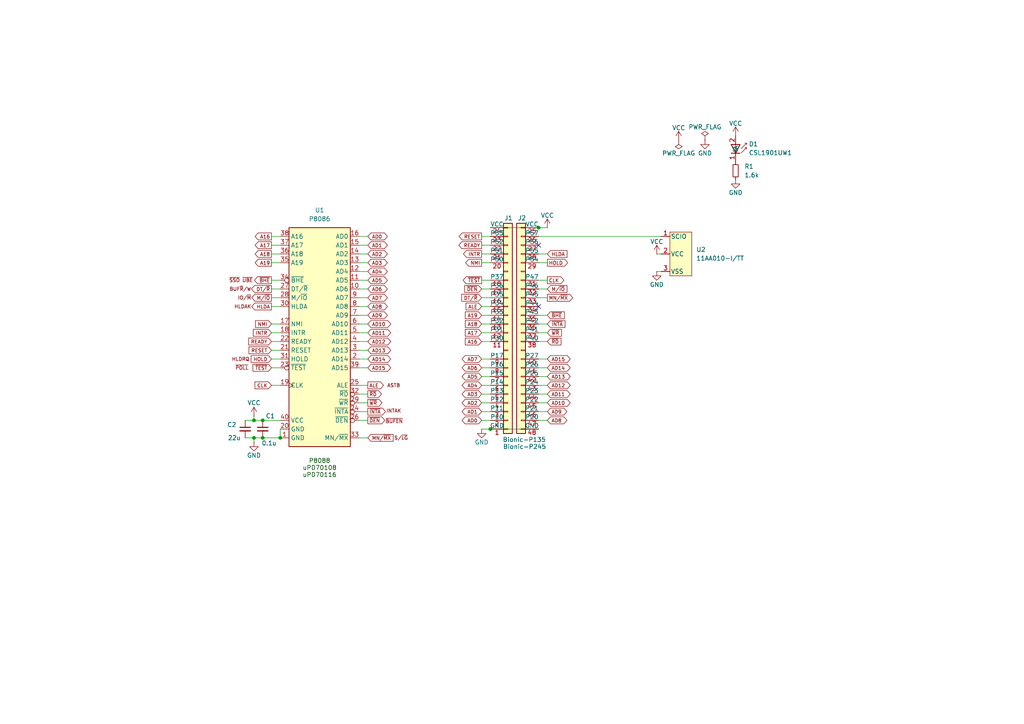
<source format=kicad_sch>
(kicad_sch (version 20250114) (generator "eeschema") (generator_version "9.0")
  (paper "A4")
  (title_block (title "BionicP8086") (date "2025-12-24") (rev "1") (company "Tadashi G. Takaoka"))
  (lib_symbols
    (symbol "Device:C_Small" (pin_numbers (hide yes)) (pin_names (offset 0.254) (hide yes))
      (property "Reference" "C" (at 0.254 1.778 0))
      (property "Value" "C_Small" (at 0.254 -2.032 0))
      (symbol "C_Small_0_1"
        (polyline (pts (xy -1.524 0.508) (xy 1.524 0.508)) (stroke (width 0.3048)))
        (polyline (pts (xy -1.524 -0.508) (xy 1.524 -0.508)) (stroke (width 0.3302)))
      )
      (symbol "C_Small_1_1"
        (pin passive line (at 0 2.54 270) (length 2.032) (name "~") (number "1"))
        (pin passive line (at 0 -2.54 90) (length 2.032) (name "~") (number "2"))
      )
    )
    (symbol "Device:R_Small" (pin_numbers (hide yes)) (pin_names (offset 0.254) (hide yes))
      (property "Reference" "R" (at 0 0 90))
      (property "Value" "R_Small" (at 1.778 0 90))
      (symbol "R_Small_0_1"
        (rectangle (start -0.762 1.778) (end 0.762 -1.778) (stroke (width 0.2032)))
      )
      (symbol "R_Small_1_1"
        (pin passive line (at 0 2.54 270) (length 0.762) (name "~") (number "1"))
        (pin passive line (at 0 -2.54 90) (length 0.762) (name "~") (number "2"))
      )
    )
    (symbol "GND_1" (power) (pin_numbers (hide yes)) (pin_names (offset 0) (hide yes))
      (property "Value" "GND" (at 0 -3.81 0))
      (symbol "GND_1_0_1"
        (polyline (pts (xy 0 0) (xy 0 -1.27) (xy 1.27 -1.27) (xy 0 -2.54) (xy -1.27 -1.27) (xy 0 -1.27)))
      )
      (symbol "GND_1_1_1"
        (pin power_in line (at 0 0 270) (length 0) (name "~") (number "1"))
      )
    )
    (symbol "VCC_1" (power) (pin_numbers (hide yes)) (pin_names (offset 0) (hide yes))
      (property "Value" "VCC" (at 0 3.556 0))
      (symbol "VCC_1_0_1"
        (polyline (pts (xy -0.762 1.27) (xy 0 2.54)))
        (polyline (pts (xy 0 2.54) (xy 0.762 1.27)))
        (polyline (pts (xy 0 0) (xy 0 2.54)))
      )
      (symbol "VCC_1_1_1"
        (pin power_in line (at 0 0 90) (length 0) (name "~") (number "1"))
      )
    )
    (symbol "bionic:Bionic-P135" (pin_names (offset 0))
      (property "Reference" "J" (at 0 30.48 0))
      (property "Value" "Bionic-P135" (at -1.27 -33.02 0))
      (symbol "Bionic-P135_1_1"
        (rectangle (start 0 28.067) (end -1.27 27.813) (stroke (width 0.1524)))
        (rectangle (start 0 25.527) (end -1.27 25.273) (stroke (width 0.1524)))
        (rectangle (start 0 22.987) (end -1.27 22.733) (stroke (width 0.1524)))
        (rectangle (start 0 20.447) (end -1.27 20.193) (stroke (width 0.1524)))
        (rectangle (start 0 17.907) (end -1.27 17.653) (stroke (width 0.1524)))
        (rectangle (start 0 15.367) (end -1.27 15.113) (stroke (width 0.1524)))
        (rectangle (start 0 12.827) (end -1.27 12.573) (stroke (width 0.1524)))
        (rectangle (start 0 10.287) (end -1.27 10.033) (stroke (width 0.1524)))
        (rectangle (start 0 7.747) (end -1.27 7.493) (stroke (width 0.1524)))
        (rectangle (start 0 5.207) (end -1.27 4.953) (stroke (width 0.1524)))
        (rectangle (start 0 2.667) (end -1.27 2.413) (stroke (width 0.1524)))
        (rectangle (start 0 0.127) (end -1.27 -0.127) (stroke (width 0.1524)))
        (rectangle (start 0 -2.413) (end -1.27 -2.667) (stroke (width 0.1524)))
        (rectangle (start 0 -4.953) (end -1.27 -5.207) (stroke (width 0.1524)))
        (rectangle (start 0 -7.493) (end -1.27 -7.747) (stroke (width 0.1524)))
        (rectangle (start 0 -10.033) (end -1.27 -10.287) (stroke (width 0.1524)))
        (rectangle (start 0 -12.573) (end -1.27 -12.827) (stroke (width 0.1524)))
        (rectangle (start 0 -15.113) (end -1.27 -15.367) (stroke (width 0.1524)))
        (rectangle (start 0 -17.653) (end -1.27 -17.907) (stroke (width 0.1524)))
        (rectangle (start 0 -20.193) (end -1.27 -20.447) (stroke (width 0.1524)))
        (rectangle (start 0 -22.733) (end -1.27 -22.987) (stroke (width 0.1524)))
        (rectangle (start 0 -25.273) (end -1.27 -25.527) (stroke (width 0.1524)))
        (rectangle (start 0 -27.813) (end -1.27 -28.067) (stroke (width 0.1524)))
        (rectangle (start 0 -30.353) (end -1.27 -30.607) (stroke (width 0.1524)))
        (rectangle (start 1.27 29.21) (end -1.27 -31.75) (stroke (width 0.254)) (fill (type background)))
        (pin power_in line (at -5.08 27.94 0) (length 3.81) (name "VCC") (number "24"))
        (pin bidirectional line (at -5.08 25.4 0) (length 3.81) (name "P53") (number "23"))
        (pin bidirectional line (at -5.08 22.86 0) (length 3.81) (name "P52") (number "22"))
        (pin bidirectional line (at -5.08 20.32 0) (length 3.81) (name "P51") (number "21"))
        (pin bidirectional line (at -5.08 17.78 0) (length 3.81) (name "P50") (number "20"))
        (pin bidirectional line (at -5.08 12.7 0) (length 3.81) (name "P37") (number "18"))
        (pin bidirectional line (at -5.08 10.16 0) (length 3.81) (name "P36") (number "17"))
        (pin bidirectional line (at -5.08 7.62 0) (length 3.81) (name "P35") (number "16"))
        (pin bidirectional line (at -5.08 5.08 0) (length 3.81) (name "P34") (number "15"))
        (pin bidirectional line (at -5.08 2.54 0) (length 3.81) (name "P33") (number "14"))
        (pin bidirectional line (at -5.08 0 0) (length 3.81) (name "P32") (number "13"))
        (pin bidirectional line (at -5.08 -2.54 0) (length 3.81) (name "P31") (number "12"))
        (pin bidirectional line (at -5.08 -5.08 0) (length 3.81) (name "P30") (number "11"))
        (pin bidirectional line (at -5.08 -10.16 0) (length 3.81) (name "P17") (number "9"))
        (pin bidirectional line (at -5.08 -12.7 0) (length 3.81) (name "P16") (number "8"))
        (pin bidirectional line (at -5.08 -15.24 0) (length 3.81) (name "P15") (number "7"))
        (pin bidirectional line (at -5.08 -17.78 0) (length 3.81) (name "P14") (number "6"))
        (pin bidirectional line (at -5.08 -20.32 0) (length 3.81) (name "P13") (number "5"))
        (pin bidirectional line (at -5.08 -22.86 0) (length 3.81) (name "P12") (number "4"))
        (pin bidirectional line (at -5.08 -25.4 0) (length 3.81) (name "P11") (number "3"))
        (pin bidirectional line (at -5.08 -27.94 0) (length 3.81) (name "P10") (number "2"))
        (pin power_in line (at -5.08 -30.48 0) (length 3.81) (name "GND") (number "1"))
      )
    )
    (symbol "bionic:Bionic-P245" (pin_names (offset 0))
      (property "Reference" "J" (at -3.81 30.48 0))
      (property "Value" "Bionic-P245" (at -1.27 -33.02 0))
      (symbol "Bionic-P245_1_1"
        (rectangle (start -2.54 29.21) (end -5.08 -31.75) (stroke (width 0.254)) (fill (type background)))
        (rectangle (start -2.54 27.813) (end -3.81 28.067) (stroke (width 0.1524)))
        (rectangle (start -2.54 25.273) (end -3.81 25.527) (stroke (width 0.1524)))
        (rectangle (start -2.54 22.733) (end -3.81 22.987) (stroke (width 0.1524)))
        (rectangle (start -2.54 20.193) (end -3.81 20.447) (stroke (width 0.1524)))
        (rectangle (start -2.54 17.653) (end -3.81 17.907) (stroke (width 0.1524)))
        (rectangle (start -2.54 15.113) (end -3.81 15.367) (stroke (width 0.1524)))
        (rectangle (start -2.54 12.573) (end -3.81 12.827) (stroke (width 0.1524)))
        (rectangle (start -2.54 10.033) (end -3.81 10.287) (stroke (width 0.1524)))
        (rectangle (start -2.54 7.493) (end -3.81 7.747) (stroke (width 0.1524)))
        (rectangle (start -2.54 4.953) (end -3.81 5.207) (stroke (width 0.1524)))
        (rectangle (start -2.54 2.413) (end -3.81 2.667) (stroke (width 0.1524)))
        (rectangle (start -2.54 -0.127) (end -3.81 0.127) (stroke (width 0.1524)))
        (rectangle (start -2.54 -2.667) (end -3.81 -2.413) (stroke (width 0.1524)))
        (rectangle (start -2.54 -5.207) (end -3.81 -4.953) (stroke (width 0.1524)))
        (rectangle (start -2.54 -7.747) (end -3.81 -7.493) (stroke (width 0.1524)))
        (rectangle (start -2.54 -10.287) (end -3.81 -10.033) (stroke (width 0.1524)))
        (rectangle (start -2.54 -12.827) (end -3.81 -12.573) (stroke (width 0.1524)))
        (rectangle (start -2.54 -15.367) (end -3.81 -15.113) (stroke (width 0.1524)))
        (rectangle (start -2.54 -17.907) (end -3.81 -17.653) (stroke (width 0.1524)))
        (rectangle (start -2.54 -20.447) (end -3.81 -20.193) (stroke (width 0.1524)))
        (rectangle (start -2.54 -22.987) (end -3.81 -22.733) (stroke (width 0.1524)))
        (rectangle (start -2.54 -25.527) (end -3.81 -25.273) (stroke (width 0.1524)))
        (rectangle (start -2.54 -28.067) (end -3.81 -27.813) (stroke (width 0.1524)))
        (rectangle (start -2.54 -30.607) (end -3.81 -30.353) (stroke (width 0.1524)))
        (pin power_in line (at 1.27 27.94 180) (length 3.81) (name "VCC") (number "25"))
        (pin bidirectional line (at 1.27 25.4 180) (length 3.81) (name "P57") (number "26"))
        (pin bidirectional line (at 1.27 22.86 180) (length 3.81) (name "P56") (number "27"))
        (pin bidirectional line (at 1.27 20.32 180) (length 3.81) (name "P55") (number "28"))
        (pin bidirectional line (at 1.27 17.78 180) (length 3.81) (name "P54") (number "29"))
        (pin bidirectional line (at 1.27 12.7 180) (length 3.81) (name "P47") (number "31"))
        (pin bidirectional line (at 1.27 10.16 180) (length 3.81) (name "P46") (number "32"))
        (pin bidirectional line (at 1.27 7.62 180) (length 3.81) (name "P45") (number "33"))
        (pin bidirectional line (at 1.27 5.08 180) (length 3.81) (name "P44") (number "34"))
        (pin bidirectional line (at 1.27 2.54 180) (length 3.81) (name "P43") (number "35"))
        (pin bidirectional line (at 1.27 0 180) (length 3.81) (name "P42") (number "36"))
        (pin bidirectional line (at 1.27 -2.54 180) (length 3.81) (name "P41") (number "37"))
        (pin bidirectional line (at 1.27 -5.08 180) (length 3.81) (name "P40") (number "38"))
        (pin bidirectional line (at 1.27 -10.16 180) (length 3.81) (name "P27") (number "40"))
        (pin bidirectional line (at 1.27 -12.7 180) (length 3.81) (name "P26") (number "41"))
        (pin bidirectional line (at 1.27 -15.24 180) (length 3.81) (name "P25") (number "42"))
        (pin bidirectional line (at 1.27 -17.78 180) (length 3.81) (name "P24") (number "43"))
        (pin bidirectional line (at 1.27 -20.32 180) (length 3.81) (name "P23") (number "44"))
        (pin bidirectional line (at 1.27 -22.86 180) (length 3.81) (name "P22") (number "45"))
        (pin bidirectional line (at 1.27 -25.4 180) (length 3.81) (name "P21") (number "46"))
        (pin bidirectional line (at 1.27 -27.94 180) (length 3.81) (name "P20") (number "47"))
        (pin power_in line (at 1.27 -30.48 180) (length 3.81) (name "GND") (number "48"))
      )
    )
    (symbol "cpu:P8086"
      (property "Reference" "U" (at -1.27 31.75 0))
      (property "Value" "P8086" (at 0 -33.782 0))
      (symbol "P8086_0_1"
        (rectangle (start -8.89 -33.02) (end 8.89 30.48) (stroke (width 0.254)) (fill (type background)))
      )
      (symbol "P8086_1_1"
        (pin output line (at -11.43 27.94 0) (length 2.54) (name "A16") (number "38"))
        (pin output line (at -11.43 25.4 0) (length 2.54) (name "A17") (number "37"))
        (pin output line (at -11.43 22.86 0) (length 2.54) (name "A18") (number "36"))
        (pin output line (at -11.43 20.32 0) (length 2.54) (name "A19") (number "35"))
        (pin output inverted (at -11.43 15.24 0) (length 2.54) (name "~{BHE}") (number "34"))
        (pin output line (at -11.43 12.7 0) (length 2.54) (name "DT/~{R}") (number "27"))
        (pin output line (at -11.43 10.16 0) (length 2.54) (name "M/~{IO}") (number "28"))
        (pin output line (at -11.43 7.62 0) (length 2.54) (name "HLDA") (number "30"))
        (pin input line (at -11.43 2.54 0) (length 2.54) (name "NMI") (number "17"))
        (pin input line (at -11.43 0 0) (length 2.54) (name "INTR") (number "18"))
        (pin input line (at -11.43 -2.54 0) (length 2.54) (name "READY") (number "22"))
        (pin input line (at -11.43 -5.08 0) (length 2.54) (name "RESET") (number "21"))
        (pin input line (at -11.43 -7.62 0) (length 2.54) (name "HOLD") (number "31"))
        (pin input inverted (at -11.43 -10.16 0) (length 2.54) (name "~{TEST}") (number "23"))
        (pin input clock (at -11.43 -15.24 0) (length 2.54) (name "CLK") (number "19"))
        (pin power_in line (at -11.43 -25.4 0) (length 2.54) (name "VCC") (number "40"))
        (pin power_in line (at -11.43 -27.94 0) (length 2.54) (name "GND") (number "20"))
        (pin power_in line (at -11.43 -30.48 0) (length 2.54) (name "GND") (number "1"))
        (pin bidirectional line (at 11.43 27.94 180) (length 2.54) (name "AD0") (number "16"))
        (pin bidirectional line (at 11.43 25.4 180) (length 2.54) (name "AD1") (number "15"))
        (pin bidirectional line (at 11.43 22.86 180) (length 2.54) (name "AD2") (number "14"))
        (pin bidirectional line (at 11.43 20.32 180) (length 2.54) (name "AD3") (number "13"))
        (pin bidirectional line (at 11.43 17.78 180) (length 2.54) (name "AD4") (number "12"))
        (pin bidirectional line (at 11.43 15.24 180) (length 2.54) (name "AD5") (number "11"))
        (pin bidirectional line (at 11.43 12.7 180) (length 2.54) (name "AD6") (number "10"))
        (pin bidirectional line (at 11.43 10.16 180) (length 2.54) (name "AD7") (number "9"))
        (pin bidirectional line (at 11.43 7.62 180) (length 2.54) (name "AD8") (number "8"))
        (pin bidirectional line (at 11.43 5.08 180) (length 2.54) (name "AD9") (number "7"))
        (pin bidirectional line (at 11.43 2.54 180) (length 2.54) (name "AD10") (number "6"))
        (pin bidirectional line (at 11.43 0 180) (length 2.54) (name "AD11") (number "5"))
        (pin bidirectional line (at 11.43 -2.54 180) (length 2.54) (name "AD12") (number "4"))
        (pin bidirectional line (at 11.43 -5.08 180) (length 2.54) (name "AD13") (number "3"))
        (pin bidirectional line (at 11.43 -7.62 180) (length 2.54) (name "AD14") (number "2"))
        (pin bidirectional line (at 11.43 -10.16 180) (length 2.54) (name "AD15") (number "39"))
        (pin output line (at 11.43 -15.24 180) (length 2.54) (name "ALE") (number "25"))
        (pin output inverted (at 11.43 -17.78 180) (length 2.54) (name "~{RD}") (number "32"))
        (pin output inverted (at 11.43 -20.32 180) (length 2.54) (name "~{WR}") (number "29"))
        (pin output inverted (at 11.43 -22.86 180) (length 2.54) (name "~{INTA}") (number "24"))
        (pin output inverted (at 11.43 -25.4 180) (length 2.54) (name "~{DEN}") (number "26"))
        (pin input line (at 11.43 -30.48 180) (length 2.54) (name "MN/~{MX}") (number "33"))
      )
    )
    (symbol "microchip:11AA010-I_TT" (pin_names (offset 0.254))
      (property "Reference" "U" (at 2.54 1.27 0))
      (property "Value" "11AA010-I/TT" (at 3.81 -13.97 0))
      (symbol "11AA010-I_TT_1_1"
        (rectangle (start 0 0) (end 6.35 -12.7) (fill (type background)))
        (pin bidirectional line (at -2.54 -1.27 0) (length 2.54) (name "SCIO") (number "1"))
        (pin power_in line (at -2.54 -6.35 0) (length 2.54) (name "VCC") (number "2"))
        (pin power_in line (at -2.54 -11.43 0) (length 2.54) (name "VSS") (number "3"))
      )
    )
    (symbol "power:GND" (power) (pin_numbers (hide yes)) (pin_names (offset 0) (hide yes))
      (property "Value" "GND" (at 0 -3.81 0))
      (symbol "GND_0_1"
        (polyline (pts (xy 0 0) (xy 0 -1.27) (xy 1.27 -1.27) (xy 0 -2.54) (xy -1.27 -1.27) (xy 0 -1.27)))
      )
      (symbol "GND_1_1"
        (pin power_in line (at 0 0 270) (length 0) (name "~") (number "1"))
      )
    )
    (symbol "power:PWR_FLAG" (power) (pin_numbers (hide yes)) (pin_names (offset 0) (hide yes))
      (property "Value" "PWR_FLAG" (at 0 3.81 0))
      (symbol "PWR_FLAG_0_0"
        (pin power_out line (at 0 0 90) (length 0) (name "~") (number "1"))
      )
      (symbol "PWR_FLAG_0_1"
        (polyline (pts (xy 0 0) (xy 0 1.27) (xy -1.016 1.905) (xy 0 2.54) (xy 1.016 1.905) (xy 0 1.27)))
      )
    )
    (symbol "power:VCC" (power) (pin_numbers (hide yes)) (pin_names (offset 0) (hide yes))
      (property "Value" "VCC" (at 0 3.556 0))
      (symbol "VCC_0_1"
        (polyline (pts (xy -0.762 1.27) (xy 0 2.54)))
        (polyline (pts (xy 0 2.54) (xy 0.762 1.27)))
        (polyline (pts (xy 0 0) (xy 0 2.54)))
      )
      (symbol "VCC_1_1"
        (pin power_in line (at 0 0 90) (length 0) (name "~") (number "1"))
      )
    )
    (symbol "rhom:CSL1901UW1" (pin_names (offset 0.254))
      (property "Reference" "D" (at 3.81 -2.54 0))
      (property "Value" "CSL1901UW1" (at 3.81 -5.08 0))
      (symbol "CSL1901UW1_0_1"
        (polyline (pts (xy 2.159 3.175) (xy 2.667 3.175)))
        (polyline (pts (xy 2.54 0) (xy 5.08 0)))
        (polyline (pts (xy 2.54 -1.27) (xy 5.08 0) (xy 2.54 1.27) (xy 2.54 -1.27)) (stroke (width 0.254)))
        (polyline (pts (xy 3.683 1.651) (xy 2.159 3.175) (xy 2.159 2.667)))
        (polyline (pts (xy 4.953 1.651) (xy 3.429 3.175) (xy 3.429 2.667) (xy 3.429 3.175) (xy 3.937 3.175)))
        (polyline (pts (xy 5.08 1.27) (xy 5.08 -1.27)) (stroke (width 0.254)))
      )
      (symbol "CSL1901UW1_1_1"
        (pin passive line (at 0 0 0) (length 2.54) (name "A") (number "2"))
        (pin passive line (at 7.62 0 180) (length 2.54) (name "K") (number "1"))
      )
      (symbol "CSL1901UW1_1_2"
        (polyline (pts (xy -5.08 8.255) (xy -5.08 7.62)) (stroke (width 0.2032)))
        (polyline (pts (xy -5.08 7.62) (xy -4.445 8.255)) (stroke (width 0.2032)))
        (polyline (pts (xy -4.445 10.16) (xy -4.445 9.525)) (stroke (width 0.2032)))
        (polyline (pts (xy -4.445 9.525) (xy -3.81 10.16)) (stroke (width 0.2032)))
        (polyline (pts (xy -4.445 8.255) (xy -5.08 8.255)) (stroke (width 0.2032)))
        (polyline (pts (xy -4.445 6.35) (xy -3.81 6.985)) (stroke (width 0.2032)))
        (polyline (pts (xy -3.81 10.16) (xy -4.445 10.16)) (stroke (width 0.2032)))
        (polyline (pts (xy -3.81 8.255) (xy -3.175 8.89)) (stroke (width 0.2032)))
        (polyline (pts (xy -3.81 6.985) (xy -5.08 8.255)) (stroke (width 0.2032)))
        (polyline (pts (xy -3.175 8.89) (xy -4.445 10.16)) (stroke (width 0.2032)))
        (polyline (pts (xy -3.175 5.08) (xy -4.445 6.35)) (stroke (width 0.2032)))
        (polyline (pts (xy -2.54 6.985) (xy -3.81 8.255)) (stroke (width 0.2032)))
        (polyline (pts (xy -1.905 3.81) (xy 1.905 3.81)) (stroke (width 0.2032)))
        (polyline (pts (xy 0 6.35) (xy -1.905 3.81)) (stroke (width 0.2032)))
        (polyline (pts (xy 0 6.35) (xy 0 7.62)) (stroke (width 0.2032)))
        (polyline (pts (xy 0 3.175) (xy 0 3.81)) (stroke (width 0.2032)))
        (polyline (pts (xy 0 2.54) (xy 0 3.4798)) (stroke (width 0.2032)))
        (polyline (pts (xy 1.905 6.35) (xy -1.905 6.35)) (stroke (width 0.2032)))
        (polyline (pts (xy 1.905 3.81) (xy 0 6.35)) (stroke (width 0.2032)))
        (pin unspecified line (at 0 10.16 270) (length 2.54) (name "") (number "1"))
        (pin unspecified line (at 0 0 90) (length 2.54) (name "") (number "2"))
      )
    )
  )
  (text "~{BUFEN}" (at 111.76 122.428 0) (effects (font (size 1.016 1.016)) (justify left)))
  (text "ASTB" (at 112.268 112.014 0) (effects (font (size 1.016 1.016)) (justify left)))
  (text "~{POLL}" (at 72.136 106.934 0) (effects (font (size 1.016 1.016)) (justify right)))
  (text "IO/~{M}" (at 72.898 86.614 0) (effects (font (size 1.016 1.016)) (justify right)))
  (text "P8088\nuPD70108\nuPD70116" (at 92.71 135.89 0) (effects (font (size 1.27 1.27))))
  (text "~{SSO} ~{UBE}" (at 73.406 81.534 0) (effects (font (size 1.016 1.016)) (justify right)))
  (text "INTAK" (at 112.014 119.38 0) (effects (font (size 1.016 1.016)) (justify left)))
  (text "BUF~{R}/W" (at 72.898 84.074 0) (effects (font (size 1.016 1.016)) (justify right)))
  (text "HLDRQ" (at 72.39 104.394 0) (effects (font (size 1.016 1.016)) (justify right)))
  (text "HLDAK" (at 72.898 89.154 0) (effects (font (size 1.016 1.016)) (justify right)))
  (text "S/~{LG}" (at 114.3 127.254 0) (effects (font (size 1.016 1.016)) (justify left)))
  (junction (at 73.66 121.92))
  (junction (at 156.21 66.04))
  (junction (at 73.66 127))
  (junction (at 142.24 124.46))
  (junction (at 76.2 121.92))
  (junction (at 81.28 127))
  (junction (at 76.2 127))
  (no_connect (at 156.21 71.12))
  (no_connect (at 156.21 88.9))
  (wire (pts (xy 73.66 127) (xy 76.2 127)))
  (wire (pts (xy 104.14 71.12) (xy 106.68 71.12)))
  (wire (pts (xy 104.14 111.76) (xy 106.68 111.76)))
  (wire (pts (xy 156.21 116.84) (xy 158.75 116.84)))
  (wire (pts (xy 139.7 121.92) (xy 142.24 121.92)))
  (wire (pts (xy 190.5 78.74) (xy 191.77 78.74)))
  (wire (pts (xy 104.14 73.66) (xy 106.68 73.66)))
  (wire (pts (xy 104.14 104.14) (xy 106.68 104.14)))
  (wire (pts (xy 104.14 96.52) (xy 106.68 96.52)))
  (wire (pts (xy 78.74 101.6) (xy 81.28 101.6)))
  (wire (pts (xy 139.7 91.44) (xy 142.24 91.44)))
  (wire (pts (xy 139.7 106.68) (xy 142.24 106.68)))
  (wire (pts (xy 78.74 93.98) (xy 81.28 93.98)))
  (wire (pts (xy 139.7 83.82) (xy 142.24 83.82)))
  (wire (pts (xy 156.21 121.92) (xy 158.75 121.92)))
  (wire (pts (xy 78.74 104.14) (xy 81.28 104.14)))
  (wire (pts (xy 104.14 86.36) (xy 106.68 86.36)))
  (wire (pts (xy 104.14 101.6) (xy 106.68 101.6)))
  (wire (pts (xy 156.21 76.2) (xy 158.75 76.2)))
  (wire (pts (xy 104.14 81.28) (xy 106.68 81.28)))
  (wire (pts (xy 139.7 88.9) (xy 142.24 88.9)))
  (wire (pts (xy 139.7 124.46) (xy 142.24 124.46)))
  (wire (pts (xy 76.2 127) (xy 81.28 127)))
  (wire (pts (xy 156.21 99.06) (xy 158.75 99.06)))
  (wire (pts (xy 78.74 76.2) (xy 81.28 76.2)))
  (wire (pts (xy 142.24 124.46) (xy 156.21 124.46)))
  (wire (pts (xy 78.74 83.82) (xy 81.28 83.82)))
  (wire (pts (xy 139.7 109.22) (xy 142.24 109.22)))
  (wire (pts (xy 78.74 99.06) (xy 81.28 99.06)))
  (wire (pts (xy 156.21 114.3) (xy 158.75 114.3)))
  (wire (pts (xy 104.14 88.9) (xy 106.68 88.9)))
  (wire (pts (xy 156.21 83.82) (xy 158.75 83.82)))
  (wire (pts (xy 104.14 78.74) (xy 106.68 78.74)))
  (wire (pts (xy 139.7 111.76) (xy 142.24 111.76)))
  (wire (pts (xy 78.74 68.58) (xy 81.28 68.58)))
  (wire (pts (xy 156.21 104.14) (xy 158.75 104.14)))
  (wire (pts (xy 190.5 73.66) (xy 191.77 73.66)))
  (wire (pts (xy 78.74 86.36) (xy 81.28 86.36)))
  (wire (pts (xy 139.7 119.38) (xy 142.24 119.38)))
  (wire (pts (xy 156.21 73.66) (xy 158.75 73.66)))
  (wire (pts (xy 104.14 114.3) (xy 106.68 114.3)))
  (wire (pts (xy 139.7 104.14) (xy 142.24 104.14)))
  (wire (pts (xy 156.21 91.44) (xy 158.75 91.44)))
  (wire (pts (xy 139.7 93.98) (xy 142.24 93.98)))
  (wire (pts (xy 156.21 68.58) (xy 191.77 68.58)))
  (wire (pts (xy 78.74 73.66) (xy 81.28 73.66)))
  (wire (pts (xy 156.21 86.36) (xy 158.75 86.36)))
  (wire (pts (xy 139.7 68.58) (xy 142.24 68.58)))
  (wire (pts (xy 78.74 81.28) (xy 81.28 81.28)))
  (wire (pts (xy 139.7 71.12) (xy 142.24 71.12)))
  (wire (pts (xy 104.14 83.82) (xy 106.68 83.82)))
  (wire (pts (xy 139.7 96.52) (xy 142.24 96.52)))
  (wire (pts (xy 104.14 116.84) (xy 106.68 116.84)))
  (wire (pts (xy 156.21 96.52) (xy 158.75 96.52)))
  (wire (pts (xy 78.74 106.68) (xy 81.28 106.68)))
  (wire (pts (xy 156.21 111.76) (xy 158.75 111.76)))
  (wire (pts (xy 156.21 109.22) (xy 158.75 109.22)))
  (wire (pts (xy 156.21 66.04) (xy 158.75 66.04)))
  (wire (pts (xy 139.7 114.3) (xy 142.24 114.3)))
  (wire (pts (xy 81.28 124.46) (xy 81.28 127)))
  (wire (pts (xy 139.7 116.84) (xy 142.24 116.84)))
  (wire (pts (xy 73.66 121.92) (xy 76.2 121.92)))
  (wire (pts (xy 73.66 120.65) (xy 73.66 121.92)))
  (wire (pts (xy 104.14 99.06) (xy 106.68 99.06)))
  (wire (pts (xy 71.12 127) (xy 73.66 127)))
  (wire (pts (xy 139.7 76.2) (xy 142.24 76.2)))
  (wire (pts (xy 139.7 73.66) (xy 142.24 73.66)))
  (wire (pts (xy 139.7 99.06) (xy 142.24 99.06)))
  (wire (pts (xy 104.14 68.58) (xy 106.68 68.58)))
  (wire (pts (xy 78.74 111.76) (xy 81.28 111.76)))
  (wire (pts (xy 104.14 76.2) (xy 106.68 76.2)))
  (wire (pts (xy 156.21 81.28) (xy 158.75 81.28)))
  (wire (pts (xy 104.14 119.38) (xy 106.68 119.38)))
  (wire (pts (xy 156.21 119.38) (xy 158.75 119.38)))
  (wire (pts (xy 139.7 81.28) (xy 142.24 81.28)))
  (wire (pts (xy 104.14 121.92) (xy 106.68 121.92)))
  (wire (pts (xy 104.14 93.98) (xy 106.68 93.98)))
  (wire (pts (xy 104.14 127) (xy 106.68 127)))
  (wire (pts (xy 78.74 88.9) (xy 81.28 88.9)))
  (wire (pts (xy 156.21 106.68) (xy 158.75 106.68)))
  (wire (pts (xy 104.14 106.68) (xy 106.68 106.68)))
  (wire (pts (xy 139.7 86.36) (xy 142.24 86.36)))
  (wire (pts (xy 73.66 128.27) (xy 73.66 127)))
  (wire (pts (xy 104.14 91.44) (xy 106.68 91.44)))
  (wire (pts (xy 76.2 121.92) (xy 81.28 121.92)))
  (wire (pts (xy 156.21 93.98) (xy 158.75 93.98)))
  (wire (pts (xy 71.12 121.92) (xy 73.66 121.92)))
  (wire (pts (xy 142.24 66.04) (xy 156.21 66.04)))
  (wire (pts (xy 78.74 71.12) (xy 81.28 71.12)))
  (wire (pts (xy 78.74 96.52) (xy 81.28 96.52)))
  (global_label "RESET" (shape input) (at 78.74 101.6 180) (effects (font (size 1.016 1.016))) (property "Intersheetrefs" "${INTERSHEET_REFS}" (effects (hide yes))))
  (global_label "AD1" (shape bidirectional) (at 106.68 71.12 0) (effects (font (size 1.016 1.016))) (property "Intersheetrefs" "${INTERSHEET_REFS}" (effects (hide yes))))
  (global_label "~{RD}" (shape input) (at 158.75 99.06 0) (effects (font (size 1.016 1.016))) (property "Intersheetrefs" "${INTERSHEET_REFS}" (effects (hide yes))))
  (global_label "A17" (shape input) (at 139.7 96.52 180) (effects (font (size 1.016 1.016))) (property "Intersheetrefs" "${INTERSHEET_REFS}" (effects (hide yes))))
  (global_label "AD4" (shape bidirectional) (at 106.68 78.74 0) (effects (font (size 1.016 1.016))) (property "Intersheetrefs" "${INTERSHEET_REFS}" (effects (hide yes))))
  (global_label "AD9" (shape bidirectional) (at 106.68 91.44 0) (effects (font (size 1.016 1.016))) (property "Intersheetrefs" "${INTERSHEET_REFS}" (effects (hide yes))))
  (global_label "ALE" (shape input) (at 139.7 88.9 180) (effects (font (size 1.016 1.016))) (property "Intersheetrefs" "${INTERSHEET_REFS}" (effects (hide yes))))
  (global_label "AD3" (shape bidirectional) (at 139.7 114.3 180) (effects (font (size 1.016 1.016))) (property "Intersheetrefs" "${INTERSHEET_REFS}" (effects (hide yes))))
  (global_label "AD10" (shape bidirectional) (at 106.68 93.98 0) (effects (font (size 1.016 1.016))) (property "Intersheetrefs" "${INTERSHEET_REFS}" (effects (hide yes))))
  (global_label "M{slash}~{IO}" (shape output) (at 78.74 86.36 180) (effects (font (size 1.016 1.016))) (property "Intersheetrefs" "${INTERSHEET_REFS}" (effects (hide yes))))
  (global_label "AD0" (shape bidirectional) (at 106.68 68.58 0) (effects (font (size 1.016 1.016))) (property "Intersheetrefs" "${INTERSHEET_REFS}" (effects (hide yes))))
  (global_label "ALE" (shape output) (at 106.68 111.76 0) (effects (font (size 1.016 1.016))) (property "Intersheetrefs" "${INTERSHEET_REFS}" (effects (hide yes))))
  (global_label "~{DEN}" (shape output) (at 106.68 121.92 0) (effects (font (size 1.016 1.016))) (property "Intersheetrefs" "${INTERSHEET_REFS}" (effects (hide yes))))
  (global_label "AD3" (shape bidirectional) (at 106.68 76.2 0) (effects (font (size 1.016 1.016))) (property "Intersheetrefs" "${INTERSHEET_REFS}" (effects (hide yes))))
  (global_label "INTR" (shape input) (at 78.74 96.52 180) (effects (font (size 1.016 1.016))) (property "Intersheetrefs" "${INTERSHEET_REFS}" (effects (hide yes))))
  (global_label "M{slash}~{IO}" (shape input) (at 158.75 83.82 0) (effects (font (size 1.016 1.016))) (property "Intersheetrefs" "${INTERSHEET_REFS}" (effects (hide yes))))
  (global_label "AD7" (shape bidirectional) (at 139.7 104.14 180) (effects (font (size 1.016 1.016))) (property "Intersheetrefs" "${INTERSHEET_REFS}" (effects (hide yes))))
  (global_label "~{TEST}" (shape input) (at 78.74 106.68 180) (effects (font (size 1.016 1.016))) (property "Intersheetrefs" "${INTERSHEET_REFS}" (effects (hide yes))))
  (global_label "~{INTA}" (shape input) (at 158.75 93.98 0) (effects (font (size 1.016 1.016))) (property "Intersheetrefs" "${INTERSHEET_REFS}" (effects (hide yes))))
  (global_label "CLK" (shape output) (at 158.75 81.28 0) (effects (font (size 1.016 1.016))) (property "Intersheetrefs" "${INTERSHEET_REFS}" (effects (hide yes))))
  (global_label "A16" (shape output) (at 78.74 68.58 180) (effects (font (size 1.016 1.016))) (property "Intersheetrefs" "${INTERSHEET_REFS}" (effects (hide yes))))
  (global_label "AD12" (shape bidirectional) (at 158.75 111.76 0) (effects (font (size 1.016 1.016))) (property "Intersheetrefs" "${INTERSHEET_REFS}" (effects (hide yes))))
  (global_label "HOLD" (shape output) (at 158.75 76.2 0) (effects (font (size 1.016 1.016))) (property "Intersheetrefs" "${INTERSHEET_REFS}" (effects (hide yes))))
  (global_label "AD8" (shape bidirectional) (at 106.68 88.9 0) (effects (font (size 1.016 1.016))) (property "Intersheetrefs" "${INTERSHEET_REFS}" (effects (hide yes))))
  (global_label "~{BHE}" (shape output) (at 78.74 81.28 180) (effects (font (size 1.016 1.016))) (property "Intersheetrefs" "${INTERSHEET_REFS}" (effects (hide yes))))
  (global_label "~{WR}" (shape output) (at 106.68 116.84 0) (effects (font (size 1.016 1.016))) (property "Intersheetrefs" "${INTERSHEET_REFS}" (effects (hide yes))))
  (global_label "AD12" (shape bidirectional) (at 106.68 99.06 0) (effects (font (size 1.016 1.016))) (property "Intersheetrefs" "${INTERSHEET_REFS}" (effects (hide yes))))
  (global_label "A19" (shape output) (at 78.74 76.2 180) (effects (font (size 1.016 1.016))) (property "Intersheetrefs" "${INTERSHEET_REFS}" (effects (hide yes))))
  (global_label "AD5" (shape bidirectional) (at 106.68 81.28 0) (effects (font (size 1.016 1.016))) (property "Intersheetrefs" "${INTERSHEET_REFS}" (effects (hide yes))))
  (global_label "DT{slash}~{R}" (shape output) (at 78.74 83.82 180) (effects (font (size 1.016 1.016))) (property "Intersheetrefs" "${INTERSHEET_REFS}" (effects (hide yes))))
  (global_label "~{BHE}" (shape input) (at 158.75 91.44 0) (effects (font (size 1.016 1.016))) (property "Intersheetrefs" "${INTERSHEET_REFS}" (effects (hide yes))))
  (global_label "READY" (shape output) (at 139.7 71.12 180) (effects (font (size 1.016 1.016))) (property "Intersheetrefs" "${INTERSHEET_REFS}" (effects (hide yes))))
  (global_label "A19" (shape input) (at 139.7 91.44 180) (effects (font (size 1.016 1.016))) (property "Intersheetrefs" "${INTERSHEET_REFS}" (effects (hide yes))))
  (global_label "HOLD" (shape input) (at 78.74 104.14 180) (effects (font (size 1.016 1.016))) (property "Intersheetrefs" "${INTERSHEET_REFS}" (effects (hide yes))))
  (global_label "A18" (shape output) (at 78.74 73.66 180) (effects (font (size 1.016 1.016))) (property "Intersheetrefs" "${INTERSHEET_REFS}" (effects (hide yes))))
  (global_label "AD15" (shape bidirectional) (at 158.75 104.14 0) (effects (font (size 1.016 1.016))) (property "Intersheetrefs" "${INTERSHEET_REFS}" (effects (hide yes))))
  (global_label "AD11" (shape bidirectional) (at 158.75 114.3 0) (effects (font (size 1.016 1.016))) (property "Intersheetrefs" "${INTERSHEET_REFS}" (effects (hide yes))))
  (global_label "~{DEN}" (shape input) (at 139.7 83.82 180) (effects (font (size 1.016 1.016))) (property "Intersheetrefs" "${INTERSHEET_REFS}" (effects (hide yes))))
  (global_label "AD13" (shape bidirectional) (at 158.75 109.22 0) (effects (font (size 1.016 1.016))) (property "Intersheetrefs" "${INTERSHEET_REFS}" (effects (hide yes))))
  (global_label "AD14" (shape bidirectional) (at 158.75 106.68 0) (effects (font (size 1.016 1.016))) (property "Intersheetrefs" "${INTERSHEET_REFS}" (effects (hide yes))))
  (global_label "NMI" (shape input) (at 78.74 93.98 180) (effects (font (size 1.016 1.016))) (property "Intersheetrefs" "${INTERSHEET_REFS}" (effects (hide yes))))
  (global_label "~{RD}" (shape output) (at 106.68 114.3 0) (effects (font (size 1.016 1.016))) (property "Intersheetrefs" "${INTERSHEET_REFS}" (effects (hide yes))))
  (global_label "AD1" (shape bidirectional) (at 139.7 119.38 180) (effects (font (size 1.016 1.016))) (property "Intersheetrefs" "${INTERSHEET_REFS}" (effects (hide yes))))
  (global_label "MN{slash}~{MX}" (shape input) (at 106.68 127 0) (effects (font (size 1.016 1.016))) (property "Intersheetrefs" "${INTERSHEET_REFS}" (effects (hide yes))))
  (global_label "CLK" (shape input) (at 78.74 111.76 180) (effects (font (size 1.016 1.016))) (property "Intersheetrefs" "${INTERSHEET_REFS}" (effects (hide yes))))
  (global_label "INTR" (shape output) (at 139.7 73.66 180) (effects (font (size 1.016 1.016))) (property "Intersheetrefs" "${INTERSHEET_REFS}" (effects (hide yes))))
  (global_label "AD9" (shape bidirectional) (at 158.75 119.38 0) (effects (font (size 1.016 1.016))) (property "Intersheetrefs" "${INTERSHEET_REFS}" (effects (hide yes))))
  (global_label "AD6" (shape bidirectional) (at 106.68 83.82 0) (effects (font (size 1.016 1.016))) (property "Intersheetrefs" "${INTERSHEET_REFS}" (effects (hide yes))))
  (global_label "AD5" (shape bidirectional) (at 139.7 109.22 180) (effects (font (size 1.016 1.016))) (property "Intersheetrefs" "${INTERSHEET_REFS}" (effects (hide yes))))
  (global_label "RESET" (shape output) (at 139.7 68.58 180) (effects (font (size 1.016 1.016))) (property "Intersheetrefs" "${INTERSHEET_REFS}" (effects (hide yes))))
  (global_label "AD15" (shape bidirectional) (at 106.68 106.68 0) (effects (font (size 1.016 1.016))) (property "Intersheetrefs" "${INTERSHEET_REFS}" (effects (hide yes))))
  (global_label "AD13" (shape bidirectional) (at 106.68 101.6 0) (effects (font (size 1.016 1.016))) (property "Intersheetrefs" "${INTERSHEET_REFS}" (effects (hide yes))))
  (global_label "A16" (shape input) (at 139.7 99.06 180) (effects (font (size 1.016 1.016))) (property "Intersheetrefs" "${INTERSHEET_REFS}" (effects (hide yes))))
  (global_label "HLDA" (shape input) (at 158.75 73.66 0) (effects (font (size 1.016 1.016))) (property "Intersheetrefs" "${INTERSHEET_REFS}" (effects (hide yes))))
  (global_label "AD10" (shape bidirectional) (at 158.75 116.84 0) (effects (font (size 1.016 1.016))) (property "Intersheetrefs" "${INTERSHEET_REFS}" (effects (hide yes))))
  (global_label "AD11" (shape bidirectional) (at 106.68 96.52 0) (effects (font (size 1.016 1.016))) (property "Intersheetrefs" "${INTERSHEET_REFS}" (effects (hide yes))))
  (global_label "AD0" (shape bidirectional) (at 139.7 121.92 180) (effects (font (size 1.016 1.016))) (property "Intersheetrefs" "${INTERSHEET_REFS}" (effects (hide yes))))
  (global_label "HLDA" (shape output) (at 78.74 88.9 180) (effects (font (size 1.016 1.016))) (property "Intersheetrefs" "${INTERSHEET_REFS}" (effects (hide yes))))
  (global_label "READY" (shape input) (at 78.74 99.06 180) (effects (font (size 1.016 1.016))) (property "Intersheetrefs" "${INTERSHEET_REFS}" (effects (hide yes))))
  (global_label "AD7" (shape bidirectional) (at 106.68 86.36 0) (effects (font (size 1.016 1.016))) (property "Intersheetrefs" "${INTERSHEET_REFS}" (effects (hide yes))))
  (global_label "DT{slash}~{R}" (shape input) (at 139.7 86.36 180) (effects (font (size 1.016 1.016))) (property "Intersheetrefs" "${INTERSHEET_REFS}" (effects (hide yes))))
  (global_label "A18" (shape input) (at 139.7 93.98 180) (effects (font (size 1.016 1.016))) (property "Intersheetrefs" "${INTERSHEET_REFS}" (effects (hide yes))))
  (global_label "AD6" (shape bidirectional) (at 139.7 106.68 180) (effects (font (size 1.016 1.016))) (property "Intersheetrefs" "${INTERSHEET_REFS}" (effects (hide yes))))
  (global_label "AD2" (shape bidirectional) (at 139.7 116.84 180) (effects (font (size 1.016 1.016))) (property "Intersheetrefs" "${INTERSHEET_REFS}" (effects (hide yes))))
  (global_label "~{WR}" (shape input) (at 158.75 96.52 0) (effects (font (size 1.016 1.016))) (property "Intersheetrefs" "${INTERSHEET_REFS}" (effects (hide yes))))
  (global_label "~{INTA}" (shape output) (at 106.68 119.38 0) (effects (font (size 1.016 1.016))) (property "Intersheetrefs" "${INTERSHEET_REFS}" (effects (hide yes))))
  (global_label "AD2" (shape bidirectional) (at 106.68 73.66 0) (effects (font (size 1.016 1.016))) (property "Intersheetrefs" "${INTERSHEET_REFS}" (effects (hide yes))))
  (global_label "AD8" (shape bidirectional) (at 158.75 121.92 0) (effects (font (size 1.016 1.016))) (property "Intersheetrefs" "${INTERSHEET_REFS}" (effects (hide yes))))
  (global_label "A17" (shape output) (at 78.74 71.12 180) (effects (font (size 1.016 1.016))) (property "Intersheetrefs" "${INTERSHEET_REFS}" (effects (hide yes))))
  (global_label "NMI" (shape output) (at 139.7 76.2 180) (effects (font (size 1.016 1.016))) (property "Intersheetrefs" "${INTERSHEET_REFS}" (effects (hide yes))))
  (global_label "AD4" (shape bidirectional) (at 139.7 111.76 180) (effects (font (size 1.016 1.016))) (property "Intersheetrefs" "${INTERSHEET_REFS}" (effects (hide yes))))
  (global_label "AD14" (shape bidirectional) (at 106.68 104.14 0) (effects (font (size 1.016 1.016))) (property "Intersheetrefs" "${INTERSHEET_REFS}" (effects (hide yes))))
  (global_label "MN{slash}~{MX}" (shape output) (at 158.75 86.36 0) (effects (font (size 1.016 1.016))) (property "Intersheetrefs" "${INTERSHEET_REFS}" (effects (hide yes))))
  (global_label "~{TEST}" (shape output) (at 139.7 81.28 180) (effects (font (size 1.016 1.016))) (property "Intersheetrefs" "${INTERSHEET_REFS}" (effects (hide yes))))
  (symbol (lib_id "Device:C_Small") (at 76.2 124.46 0) (mirror y) (unit 1)
    (property "Reference" "C1" (at 79.756 120.65 0) (effects (justify left)))
    (property "Value" "0.1u" (at 80.264 128.524 0) (effects (justify left)))
    (property "Footprint" "Capacitor_SMD:C_0603_1608Metric_Pad1.08x0.95mm_HandSolder" (effects (hide yes)))
  )
  (symbol (lib_name "GND_1") (lib_id "power:GND") (at 190.5 78.74 0) (unit 1)
    (property "Reference" "#PWR010" (effects (hide yes)))
    (property "Value" "GND" (at 190.5 82.55 0))
    (property "Description" "Power symbol creates a global label with name \"GND\" , ground" (effects (hide yes)))
  )
  (symbol (lib_id "bionic:Bionic-P245") (at 154.94 93.98 0) (unit 1)
    (property "Reference" "J2" (at 151.384 63.246 0))
    (property "Value" "Bionic-P245" (at 152.146 129.54 0))
    (property "Footprint" "bionic:Bionic-P245_THT" (effects (hide yes)))
    (property "Description" "Generic connector, single row, 01x24, script generated (kicad-library-utils/schlib/autogen/connector/)" (effects (hide yes)))
  )
  (symbol (lib_name "VCC_1") (lib_id "power:VCC") (at 213.36 39.37 0) (unit 1)
    (property "Reference" "#PWR02" (effects (hide yes)))
    (property "Value" "VCC" (at 213.36 35.814 0))
    (property "Description" "Power symbol creates a global label with name \"VCC\"" (effects (hide yes)))
  )
  (symbol (lib_id "power:VCC") (at 73.66 120.65 0) (unit 1)
    (property "Reference" "#PWR03" (effects (hide yes)))
    (property "Value" "VCC" (at 73.66 116.84 0))
    (property "Description" "Power symbol creates a global label with name \"VCC\"" (effects (hide yes)))
  )
  (symbol (lib_id "Device:C_Small") (at 71.12 124.46 0) (mirror y) (unit 1)
    (property "Reference" "C2" (at 68.58 123.19 0) (effects (justify left)))
    (property "Value" "22u" (at 69.85 127 0) (effects (justify left)))
    (property "Footprint" "Capacitor_SMD:C_0603_1608Metric_Pad1.08x0.95mm_HandSolder" (effects (hide yes)))
  )
  (symbol (lib_id "power:PWR_FLAG") (at 196.85 40.64 180) (unit 1)
    (property "Reference" "#FLG02" (effects (hide yes)))
    (property "Value" "PWR_FLAG" (at 196.85 44.45 0))
    (property "Description" "Special symbol for telling ERC where power comes from" (effects (hide yes)))
  )
  (symbol (lib_name "VCC_1") (lib_id "power:VCC") (at 196.85 40.64 0) (unit 1)
    (property "Reference" "#PWR06" (effects (hide yes)))
    (property "Value" "VCC" (at 196.85 37.084 0))
    (property "Description" "Power symbol creates a global label with name \"VCC\"" (effects (hide yes)))
  )
  (symbol (lib_id "rhom:CSL1901UW1") (at 213.36 39.37 270) (unit 1)
    (property "Reference" "D1" (at 217.17 41.7829 90) (effects (justify left)))
    (property "Value" "CSL1901UW1" (at 217.17 44.3229 90) (effects (justify left)))
    (property "Footprint" "rhom:LED_CSL1901UW1_ROM-M" (effects (hide yes)))
    (property "Datasheet" "https://fscdn.rohm.com/en/products/databook/datasheet/opto/led/chip_mono/csl1901uw1-e.pdf" (effects (hide yes)))
    (property "Description" "Red LED (Low Current Emission, SMD)" (effects (hide yes)))
  )
  (symbol (lib_id "microchip:11AA010-I_TT") (at 194.31 67.31 0) (unit 1)
    (property "Reference" "U2" (at 201.93 72.3899 0) (effects (justify left)))
    (property "Value" "11AA010-I/TT" (at 201.93 74.9299 0) (effects (justify left)))
    (property "Footprint" "microchip:SOT-23_MC_MCH-M" (effects (hide yes)))
    (property "Datasheet" "11AA010-I/TO" (effects (hide yes)))
    (property "Description" "UNI/O Serial EEPROM (1Kbit)" (effects (hide yes)))
  )
  (symbol (lib_id "power:PWR_FLAG") (at 204.47 40.64 0) (unit 1)
    (property "Reference" "#FLG01" (effects (hide yes)))
    (property "Value" "PWR_FLAG" (at 204.47 36.83 0))
    (property "Description" "Special symbol for telling ERC where power comes from" (effects (hide yes)))
  )
  (symbol (lib_name "VCC_1") (lib_id "power:VCC") (at 158.75 66.04 0) (unit 1)
    (property "Reference" "#PWR05" (effects (hide yes)))
    (property "Value" "VCC" (at 158.75 62.484 0))
    (property "Description" "Power symbol creates a global label with name \"VCC\"" (effects (hide yes)))
  )
  (symbol (lib_name "GND_1") (lib_id "power:GND") (at 204.47 40.64 0) (unit 1)
    (property "Reference" "#PWR08" (effects (hide yes)))
    (property "Value" "GND" (at 204.47 44.45 0))
    (property "Description" "Power symbol creates a global label with name \"GND\" , ground" (effects (hide yes)))
  )
  (symbol (lib_name "GND_1") (lib_id "power:GND") (at 213.36 52.07 0) (unit 1)
    (property "Reference" "#PWR01" (effects (hide yes)))
    (property "Value" "GND" (at 213.36 55.88 0))
    (property "Description" "Power symbol creates a global label with name \"GND\" , ground" (effects (hide yes)))
  )
  (symbol (lib_id "Device:R_Small") (at 213.36 49.53 0) (unit 1)
    (property "Reference" "R1" (at 215.9 48.2599 0) (effects (justify left)))
    (property "Value" "1.6k" (at 215.9 50.7999 0) (effects (justify left)))
    (property "Footprint" "Resistor_SMD:R_0603_1608Metric_Pad0.98x0.95mm_HandSolder" (effects (hide yes)))
    (property "Description" "Resistor, small symbol" (effects (hide yes)))
  )
  (symbol (lib_id "cpu:P8086") (at 92.71 96.52 0) (unit 1)
    (property "Reference" "U1" (at 92.71 60.96 0))
    (property "Value" "P8086" (at 92.71 63.5 0))
    (property "Footprint" "bionic:DIP-40_W15.24mm_Socket" (effects (hide yes)))
    (property "Datasheet" "https://datasheetspdf.com/pdf-file/544568/Intel/8086/1" (effects (hide yes)))
    (property "Description" "16-bit General Purpose Microprocessor, DIP-40" (effects (hide yes)))
  )
  (symbol (lib_name "GND_1") (lib_id "power:GND") (at 139.7 124.46 0) (unit 1)
    (property "Reference" "#PWR04" (effects (hide yes)))
    (property "Value" "GND" (at 139.7 128.27 0))
    (property "Description" "Power symbol creates a global label with name \"GND\" , ground" (effects (hide yes)))
  )
  (symbol (lib_name "VCC_1") (lib_id "power:VCC") (at 190.5 73.66 0) (unit 1)
    (property "Reference" "#PWR09" (effects (hide yes)))
    (property "Value" "VCC" (at 190.5 70.104 0))
    (property "Description" "Power symbol creates a global label with name \"VCC\"" (effects (hide yes)))
  )
  (symbol (lib_id "bionic:Bionic-P135") (at 147.32 93.98 0) (unit 1)
    (property "Reference" "J1" (at 146.304 63.246 0) (effects (justify left)))
    (property "Value" "Bionic-P135" (at 145.796 127.508 0) (effects (justify left)))
    (property "Footprint" "bionic:Bionic-P135_THT" (effects (hide yes)))
    (property "Description" "Generic connector, single row, 01x24, script generated (kicad-library-utils/schlib/autogen/connector/)" (effects (hide yes)))
  )
  (symbol (lib_id "power:GND") (at 73.66 128.27 0) (unit 1)
    (property "Reference" "#PWR07" (effects (hide yes)))
    (property "Value" "GND" (at 73.66 132.08 0))
    (property "Description" "Power symbol creates a global label with name \"GND\" , ground" (effects (hide yes)))
  )
)
</source>
